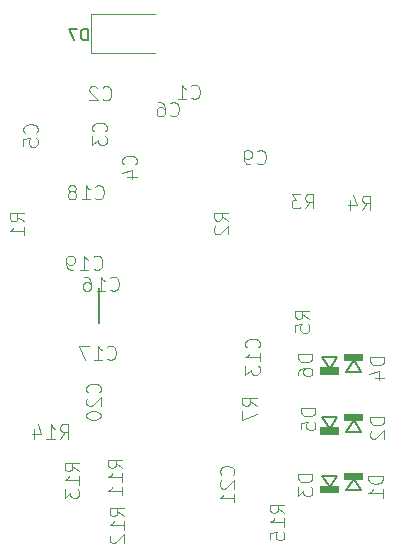
<source format=gbr>
G04 #@! TF.GenerationSoftware,KiCad,Pcbnew,(5.1.0)-1*
G04 #@! TF.CreationDate,2019-05-26T23:58:58+02:00*
G04 #@! TF.ProjectId,UWED,55574544-2e6b-4696-9361-645f70636258,rev?*
G04 #@! TF.SameCoordinates,Original*
G04 #@! TF.FileFunction,Legend,Bot*
G04 #@! TF.FilePolarity,Positive*
%FSLAX46Y46*%
G04 Gerber Fmt 4.6, Leading zero omitted, Abs format (unit mm)*
G04 Created by KiCad (PCBNEW (5.1.0)-1) date 2019-05-26 23:58:58*
%MOMM*%
%LPD*%
G04 APERTURE LIST*
%ADD10C,0.120000*%
%ADD11C,0.100000*%
%ADD12C,0.203200*%
%ADD13C,0.127000*%
%ADD14C,0.150000*%
%ADD15C,0.101600*%
G04 APERTURE END LIST*
D10*
X139697000Y-89153000D02*
X139697000Y-85853000D01*
X139697000Y-85853000D02*
X145097000Y-85853000D01*
X139697000Y-89153000D02*
X145097000Y-89153000D01*
D11*
G36*
X162725000Y-124683600D02*
G01*
X162725000Y-125293200D01*
X161150200Y-125293200D01*
X161150200Y-124683600D01*
X162725000Y-124683600D01*
G37*
D12*
X162537600Y-126174200D02*
X161337600Y-126174200D01*
X161937600Y-125174200D02*
X162537600Y-126174200D01*
X161337600Y-126174200D02*
X161937600Y-125174200D01*
D11*
G36*
X162725000Y-119730600D02*
G01*
X162725000Y-120340200D01*
X161150200Y-120340200D01*
X161150200Y-119730600D01*
X162725000Y-119730600D01*
G37*
D12*
X162537600Y-121221200D02*
X161337600Y-121221200D01*
X161937600Y-120221200D02*
X162537600Y-121221200D01*
X161337600Y-121221200D02*
X161937600Y-120221200D01*
D11*
G36*
X159118200Y-126410800D02*
G01*
X159118200Y-125801200D01*
X160693000Y-125801200D01*
X160693000Y-126410800D01*
X159118200Y-126410800D01*
G37*
D12*
X159305600Y-124920200D02*
X160505600Y-124920200D01*
X159905600Y-125920200D02*
X159305600Y-124920200D01*
X160505600Y-124920200D02*
X159905600Y-125920200D01*
D11*
G36*
X162725000Y-114650600D02*
G01*
X162725000Y-115260200D01*
X161150200Y-115260200D01*
X161150200Y-114650600D01*
X162725000Y-114650600D01*
G37*
D12*
X162537600Y-116141200D02*
X161337600Y-116141200D01*
X161937600Y-115141200D02*
X162537600Y-116141200D01*
X161337600Y-116141200D02*
X161937600Y-115141200D01*
D11*
G36*
X159118200Y-121457800D02*
G01*
X159118200Y-120848200D01*
X160693000Y-120848200D01*
X160693000Y-121457800D01*
X159118200Y-121457800D01*
G37*
D12*
X159305600Y-119967200D02*
X160505600Y-119967200D01*
X159905600Y-120967200D02*
X159305600Y-119967200D01*
X160505600Y-119967200D02*
X159905600Y-120967200D01*
D11*
G36*
X159118200Y-116377800D02*
G01*
X159118200Y-115768200D01*
X160693000Y-115768200D01*
X160693000Y-116377800D01*
X159118200Y-116377800D01*
G37*
D12*
X159305600Y-114887200D02*
X160505600Y-114887200D01*
X159905600Y-115887200D02*
X159305600Y-114887200D01*
X160505600Y-114887200D02*
X159905600Y-115887200D01*
D13*
X140410600Y-109045200D02*
X140410600Y-112045200D01*
D14*
X139422095Y-88082380D02*
X139422095Y-87082380D01*
X139184000Y-87082380D01*
X139041142Y-87130000D01*
X138945904Y-87225238D01*
X138898285Y-87320476D01*
X138850666Y-87510952D01*
X138850666Y-87653809D01*
X138898285Y-87844285D01*
X138945904Y-87939523D01*
X139041142Y-88034761D01*
X139184000Y-88082380D01*
X139422095Y-88082380D01*
X138517333Y-87082380D02*
X137850666Y-87082380D01*
X138279238Y-88082380D01*
D15*
X156089047Y-128089055D02*
X155514523Y-127686888D01*
X156089047Y-127399626D02*
X154882547Y-127399626D01*
X154882547Y-127859245D01*
X154940000Y-127974150D01*
X154997452Y-128031602D01*
X155112357Y-128089055D01*
X155284714Y-128089055D01*
X155399619Y-128031602D01*
X155457071Y-127974150D01*
X155514523Y-127859245D01*
X155514523Y-127399626D01*
X156089047Y-129238102D02*
X156089047Y-128548674D01*
X156089047Y-128893388D02*
X154882547Y-128893388D01*
X155054904Y-128778483D01*
X155169809Y-128663579D01*
X155227261Y-128548674D01*
X154882547Y-130329698D02*
X154882547Y-129755174D01*
X155457071Y-129697721D01*
X155399619Y-129755174D01*
X155342166Y-129870079D01*
X155342166Y-130157340D01*
X155399619Y-130272245D01*
X155457071Y-130329698D01*
X155571976Y-130387150D01*
X155859238Y-130387150D01*
X155974142Y-130329698D01*
X156031595Y-130272245D01*
X156089047Y-130157340D01*
X156089047Y-129870079D01*
X156031595Y-129755174D01*
X155974142Y-129697721D01*
X137086944Y-121799047D02*
X137489111Y-121224523D01*
X137776373Y-121799047D02*
X137776373Y-120592547D01*
X137316754Y-120592547D01*
X137201849Y-120650000D01*
X137144397Y-120707452D01*
X137086944Y-120822357D01*
X137086944Y-120994714D01*
X137144397Y-121109619D01*
X137201849Y-121167071D01*
X137316754Y-121224523D01*
X137776373Y-121224523D01*
X135937897Y-121799047D02*
X136627325Y-121799047D01*
X136282611Y-121799047D02*
X136282611Y-120592547D01*
X136397516Y-120764904D01*
X136512420Y-120879809D01*
X136627325Y-120937261D01*
X134903754Y-120994714D02*
X134903754Y-121799047D01*
X135191016Y-120535095D02*
X135478278Y-121396880D01*
X134731397Y-121396880D01*
X138690047Y-124533055D02*
X138115523Y-124130888D01*
X138690047Y-123843626D02*
X137483547Y-123843626D01*
X137483547Y-124303245D01*
X137541000Y-124418150D01*
X137598452Y-124475602D01*
X137713357Y-124533055D01*
X137885714Y-124533055D01*
X138000619Y-124475602D01*
X138058071Y-124418150D01*
X138115523Y-124303245D01*
X138115523Y-123843626D01*
X138690047Y-125682102D02*
X138690047Y-124992674D01*
X138690047Y-125337388D02*
X137483547Y-125337388D01*
X137655904Y-125222483D01*
X137770809Y-125107579D01*
X137828261Y-124992674D01*
X137483547Y-126084269D02*
X137483547Y-126831150D01*
X137943166Y-126428983D01*
X137943166Y-126601340D01*
X138000619Y-126716245D01*
X138058071Y-126773698D01*
X138172976Y-126831150D01*
X138460238Y-126831150D01*
X138575142Y-126773698D01*
X138632595Y-126716245D01*
X138690047Y-126601340D01*
X138690047Y-126256626D01*
X138632595Y-126141721D01*
X138575142Y-126084269D01*
X142500047Y-128343055D02*
X141925523Y-127940888D01*
X142500047Y-127653626D02*
X141293547Y-127653626D01*
X141293547Y-128113245D01*
X141351000Y-128228150D01*
X141408452Y-128285602D01*
X141523357Y-128343055D01*
X141695714Y-128343055D01*
X141810619Y-128285602D01*
X141868071Y-128228150D01*
X141925523Y-128113245D01*
X141925523Y-127653626D01*
X142500047Y-129492102D02*
X142500047Y-128802674D01*
X142500047Y-129147388D02*
X141293547Y-129147388D01*
X141465904Y-129032483D01*
X141580809Y-128917579D01*
X141638261Y-128802674D01*
X141408452Y-129951721D02*
X141351000Y-130009174D01*
X141293547Y-130124079D01*
X141293547Y-130411340D01*
X141351000Y-130526245D01*
X141408452Y-130583698D01*
X141523357Y-130641150D01*
X141638261Y-130641150D01*
X141810619Y-130583698D01*
X142500047Y-129894269D01*
X142500047Y-130641150D01*
X142373047Y-124279055D02*
X141798523Y-123876888D01*
X142373047Y-123589626D02*
X141166547Y-123589626D01*
X141166547Y-124049245D01*
X141224000Y-124164150D01*
X141281452Y-124221602D01*
X141396357Y-124279055D01*
X141568714Y-124279055D01*
X141683619Y-124221602D01*
X141741071Y-124164150D01*
X141798523Y-124049245D01*
X141798523Y-123589626D01*
X142373047Y-125428102D02*
X142373047Y-124738674D01*
X142373047Y-125083388D02*
X141166547Y-125083388D01*
X141338904Y-124968483D01*
X141453809Y-124853579D01*
X141511261Y-124738674D01*
X142373047Y-126577150D02*
X142373047Y-125887721D01*
X142373047Y-126232436D02*
X141166547Y-126232436D01*
X141338904Y-126117531D01*
X141453809Y-126002626D01*
X141511261Y-125887721D01*
X151719642Y-124867730D02*
X151777095Y-124810278D01*
X151834547Y-124637920D01*
X151834547Y-124523016D01*
X151777095Y-124350659D01*
X151662190Y-124235754D01*
X151547285Y-124178301D01*
X151317476Y-124120849D01*
X151145119Y-124120849D01*
X150915309Y-124178301D01*
X150800404Y-124235754D01*
X150685500Y-124350659D01*
X150628047Y-124523016D01*
X150628047Y-124637920D01*
X150685500Y-124810278D01*
X150742952Y-124867730D01*
X150742952Y-125327349D02*
X150685500Y-125384801D01*
X150628047Y-125499706D01*
X150628047Y-125786968D01*
X150685500Y-125901873D01*
X150742952Y-125959325D01*
X150857857Y-126016778D01*
X150972761Y-126016778D01*
X151145119Y-125959325D01*
X151834547Y-125269897D01*
X151834547Y-126016778D01*
X151834547Y-127165825D02*
X151834547Y-126476397D01*
X151834547Y-126821111D02*
X150628047Y-126821111D01*
X150800404Y-126706206D01*
X150915309Y-126591301D01*
X150972761Y-126476397D01*
X140416642Y-117882730D02*
X140474095Y-117825278D01*
X140531547Y-117652920D01*
X140531547Y-117538016D01*
X140474095Y-117365659D01*
X140359190Y-117250754D01*
X140244285Y-117193301D01*
X140014476Y-117135849D01*
X139842119Y-117135849D01*
X139612309Y-117193301D01*
X139497404Y-117250754D01*
X139382500Y-117365659D01*
X139325047Y-117538016D01*
X139325047Y-117652920D01*
X139382500Y-117825278D01*
X139439952Y-117882730D01*
X139439952Y-118342349D02*
X139382500Y-118399801D01*
X139325047Y-118514706D01*
X139325047Y-118801968D01*
X139382500Y-118916873D01*
X139439952Y-118974325D01*
X139554857Y-119031778D01*
X139669761Y-119031778D01*
X139842119Y-118974325D01*
X140531547Y-118284897D01*
X140531547Y-119031778D01*
X139325047Y-119778659D02*
X139325047Y-119893563D01*
X139382500Y-120008468D01*
X139439952Y-120065920D01*
X139554857Y-120123373D01*
X139784666Y-120180825D01*
X140071928Y-120180825D01*
X140301738Y-120123373D01*
X140416642Y-120065920D01*
X140474095Y-120008468D01*
X140531547Y-119893563D01*
X140531547Y-119778659D01*
X140474095Y-119663754D01*
X140416642Y-119606301D01*
X140301738Y-119548849D01*
X140071928Y-119491397D01*
X139784666Y-119491397D01*
X139554857Y-119548849D01*
X139439952Y-119606301D01*
X139382500Y-119663754D01*
X139325047Y-119778659D01*
X148182269Y-92918642D02*
X148239721Y-92976095D01*
X148412079Y-93033547D01*
X148526983Y-93033547D01*
X148699340Y-92976095D01*
X148814245Y-92861190D01*
X148871698Y-92746285D01*
X148929150Y-92516476D01*
X148929150Y-92344119D01*
X148871698Y-92114309D01*
X148814245Y-91999404D01*
X148699340Y-91884500D01*
X148526983Y-91827047D01*
X148412079Y-91827047D01*
X148239721Y-91884500D01*
X148182269Y-91941952D01*
X147033221Y-93033547D02*
X147722650Y-93033547D01*
X147377936Y-93033547D02*
X147377936Y-91827047D01*
X147492840Y-91999404D01*
X147607745Y-92114309D01*
X147722650Y-92171761D01*
X153878642Y-114072730D02*
X153936095Y-114015278D01*
X153993547Y-113842920D01*
X153993547Y-113728016D01*
X153936095Y-113555659D01*
X153821190Y-113440754D01*
X153706285Y-113383301D01*
X153476476Y-113325849D01*
X153304119Y-113325849D01*
X153074309Y-113383301D01*
X152959404Y-113440754D01*
X152844500Y-113555659D01*
X152787047Y-113728016D01*
X152787047Y-113842920D01*
X152844500Y-114015278D01*
X152901952Y-114072730D01*
X153993547Y-115221778D02*
X153993547Y-114532349D01*
X153993547Y-114877063D02*
X152787047Y-114877063D01*
X152959404Y-114762159D01*
X153074309Y-114647254D01*
X153131761Y-114532349D01*
X152787047Y-115623944D02*
X152787047Y-116370825D01*
X153246666Y-115968659D01*
X153246666Y-116141016D01*
X153304119Y-116255920D01*
X153361571Y-116313373D01*
X153476476Y-116370825D01*
X153763738Y-116370825D01*
X153878642Y-116313373D01*
X153936095Y-116255920D01*
X153993547Y-116141016D01*
X153993547Y-115796301D01*
X153936095Y-115681397D01*
X153878642Y-115623944D01*
X141324269Y-109174642D02*
X141381721Y-109232095D01*
X141554079Y-109289547D01*
X141668983Y-109289547D01*
X141841340Y-109232095D01*
X141956245Y-109117190D01*
X142013698Y-109002285D01*
X142071150Y-108772476D01*
X142071150Y-108600119D01*
X142013698Y-108370309D01*
X141956245Y-108255404D01*
X141841340Y-108140500D01*
X141668983Y-108083047D01*
X141554079Y-108083047D01*
X141381721Y-108140500D01*
X141324269Y-108197952D01*
X140175221Y-109289547D02*
X140864650Y-109289547D01*
X140519936Y-109289547D02*
X140519936Y-108083047D01*
X140634840Y-108255404D01*
X140749745Y-108370309D01*
X140864650Y-108427761D01*
X139141079Y-108083047D02*
X139370888Y-108083047D01*
X139485793Y-108140500D01*
X139543245Y-108197952D01*
X139658150Y-108370309D01*
X139715602Y-108600119D01*
X139715602Y-109059738D01*
X139658150Y-109174642D01*
X139600698Y-109232095D01*
X139485793Y-109289547D01*
X139255983Y-109289547D01*
X139141079Y-109232095D01*
X139083626Y-109174642D01*
X139026174Y-109059738D01*
X139026174Y-108772476D01*
X139083626Y-108657571D01*
X139141079Y-108600119D01*
X139255983Y-108542666D01*
X139485793Y-108542666D01*
X139600698Y-108600119D01*
X139658150Y-108657571D01*
X139715602Y-108772476D01*
X141070269Y-115016642D02*
X141127721Y-115074095D01*
X141300079Y-115131547D01*
X141414983Y-115131547D01*
X141587340Y-115074095D01*
X141702245Y-114959190D01*
X141759698Y-114844285D01*
X141817150Y-114614476D01*
X141817150Y-114442119D01*
X141759698Y-114212309D01*
X141702245Y-114097404D01*
X141587340Y-113982500D01*
X141414983Y-113925047D01*
X141300079Y-113925047D01*
X141127721Y-113982500D01*
X141070269Y-114039952D01*
X139921221Y-115131547D02*
X140610650Y-115131547D01*
X140265936Y-115131547D02*
X140265936Y-113925047D01*
X140380840Y-114097404D01*
X140495745Y-114212309D01*
X140610650Y-114269761D01*
X139519055Y-113925047D02*
X138714721Y-113925047D01*
X139231793Y-115131547D01*
X140054269Y-101427642D02*
X140111721Y-101485095D01*
X140284079Y-101542547D01*
X140398983Y-101542547D01*
X140571340Y-101485095D01*
X140686245Y-101370190D01*
X140743698Y-101255285D01*
X140801150Y-101025476D01*
X140801150Y-100853119D01*
X140743698Y-100623309D01*
X140686245Y-100508404D01*
X140571340Y-100393500D01*
X140398983Y-100336047D01*
X140284079Y-100336047D01*
X140111721Y-100393500D01*
X140054269Y-100450952D01*
X138905221Y-101542547D02*
X139594650Y-101542547D01*
X139249936Y-101542547D02*
X139249936Y-100336047D01*
X139364840Y-100508404D01*
X139479745Y-100623309D01*
X139594650Y-100680761D01*
X138215793Y-100853119D02*
X138330698Y-100795666D01*
X138388150Y-100738214D01*
X138445602Y-100623309D01*
X138445602Y-100565857D01*
X138388150Y-100450952D01*
X138330698Y-100393500D01*
X138215793Y-100336047D01*
X137985983Y-100336047D01*
X137871079Y-100393500D01*
X137813626Y-100450952D01*
X137756174Y-100565857D01*
X137756174Y-100623309D01*
X137813626Y-100738214D01*
X137871079Y-100795666D01*
X137985983Y-100853119D01*
X138215793Y-100853119D01*
X138330698Y-100910571D01*
X138388150Y-100968023D01*
X138445602Y-101082928D01*
X138445602Y-101312738D01*
X138388150Y-101427642D01*
X138330698Y-101485095D01*
X138215793Y-101542547D01*
X137985983Y-101542547D01*
X137871079Y-101485095D01*
X137813626Y-101427642D01*
X137756174Y-101312738D01*
X137756174Y-101082928D01*
X137813626Y-100968023D01*
X137871079Y-100910571D01*
X137985983Y-100853119D01*
X139927269Y-107396642D02*
X139984721Y-107454095D01*
X140157079Y-107511547D01*
X140271983Y-107511547D01*
X140444340Y-107454095D01*
X140559245Y-107339190D01*
X140616698Y-107224285D01*
X140674150Y-106994476D01*
X140674150Y-106822119D01*
X140616698Y-106592309D01*
X140559245Y-106477404D01*
X140444340Y-106362500D01*
X140271983Y-106305047D01*
X140157079Y-106305047D01*
X139984721Y-106362500D01*
X139927269Y-106419952D01*
X138778221Y-107511547D02*
X139467650Y-107511547D01*
X139122936Y-107511547D02*
X139122936Y-106305047D01*
X139237840Y-106477404D01*
X139352745Y-106592309D01*
X139467650Y-106649761D01*
X138203698Y-107511547D02*
X137973888Y-107511547D01*
X137858983Y-107454095D01*
X137801531Y-107396642D01*
X137686626Y-107224285D01*
X137629174Y-106994476D01*
X137629174Y-106534857D01*
X137686626Y-106419952D01*
X137744079Y-106362500D01*
X137858983Y-106305047D01*
X138088793Y-106305047D01*
X138203698Y-106362500D01*
X138261150Y-106419952D01*
X138318602Y-106534857D01*
X138318602Y-106822119D01*
X138261150Y-106937023D01*
X138203698Y-106994476D01*
X138088793Y-107051928D01*
X137858983Y-107051928D01*
X137744079Y-106994476D01*
X137686626Y-106937023D01*
X137629174Y-106822119D01*
X140689269Y-93045642D02*
X140746721Y-93103095D01*
X140919079Y-93160547D01*
X141033983Y-93160547D01*
X141206340Y-93103095D01*
X141321245Y-92988190D01*
X141378698Y-92873285D01*
X141436150Y-92643476D01*
X141436150Y-92471119D01*
X141378698Y-92241309D01*
X141321245Y-92126404D01*
X141206340Y-92011500D01*
X141033983Y-91954047D01*
X140919079Y-91954047D01*
X140746721Y-92011500D01*
X140689269Y-92068952D01*
X140229650Y-92068952D02*
X140172198Y-92011500D01*
X140057293Y-91954047D01*
X139770031Y-91954047D01*
X139655126Y-92011500D01*
X139597674Y-92068952D01*
X139540221Y-92183857D01*
X139540221Y-92298761D01*
X139597674Y-92471119D01*
X140287102Y-93160547D01*
X139540221Y-93160547D01*
X140924642Y-95784730D02*
X140982095Y-95727278D01*
X141039547Y-95554920D01*
X141039547Y-95440016D01*
X140982095Y-95267659D01*
X140867190Y-95152754D01*
X140752285Y-95095301D01*
X140522476Y-95037849D01*
X140350119Y-95037849D01*
X140120309Y-95095301D01*
X140005404Y-95152754D01*
X139890500Y-95267659D01*
X139833047Y-95440016D01*
X139833047Y-95554920D01*
X139890500Y-95727278D01*
X139947952Y-95784730D01*
X139833047Y-96186897D02*
X139833047Y-96933778D01*
X140292666Y-96531611D01*
X140292666Y-96703968D01*
X140350119Y-96818873D01*
X140407571Y-96876325D01*
X140522476Y-96933778D01*
X140809738Y-96933778D01*
X140924642Y-96876325D01*
X140982095Y-96818873D01*
X141039547Y-96703968D01*
X141039547Y-96359254D01*
X140982095Y-96244349D01*
X140924642Y-96186897D01*
X143464642Y-98578730D02*
X143522095Y-98521278D01*
X143579547Y-98348920D01*
X143579547Y-98234016D01*
X143522095Y-98061659D01*
X143407190Y-97946754D01*
X143292285Y-97889301D01*
X143062476Y-97831849D01*
X142890119Y-97831849D01*
X142660309Y-97889301D01*
X142545404Y-97946754D01*
X142430500Y-98061659D01*
X142373047Y-98234016D01*
X142373047Y-98348920D01*
X142430500Y-98521278D01*
X142487952Y-98578730D01*
X142775214Y-99612873D02*
X143579547Y-99612873D01*
X142315595Y-99325611D02*
X143177380Y-99038349D01*
X143177380Y-99785230D01*
X135082642Y-95911730D02*
X135140095Y-95854278D01*
X135197547Y-95681920D01*
X135197547Y-95567016D01*
X135140095Y-95394659D01*
X135025190Y-95279754D01*
X134910285Y-95222301D01*
X134680476Y-95164849D01*
X134508119Y-95164849D01*
X134278309Y-95222301D01*
X134163404Y-95279754D01*
X134048500Y-95394659D01*
X133991047Y-95567016D01*
X133991047Y-95681920D01*
X134048500Y-95854278D01*
X134105952Y-95911730D01*
X133991047Y-97003325D02*
X133991047Y-96428801D01*
X134565571Y-96371349D01*
X134508119Y-96428801D01*
X134450666Y-96543706D01*
X134450666Y-96830968D01*
X134508119Y-96945873D01*
X134565571Y-97003325D01*
X134680476Y-97060778D01*
X134967738Y-97060778D01*
X135082642Y-97003325D01*
X135140095Y-96945873D01*
X135197547Y-96830968D01*
X135197547Y-96543706D01*
X135140095Y-96428801D01*
X135082642Y-96371349D01*
X146416869Y-94386842D02*
X146474321Y-94444295D01*
X146646679Y-94501747D01*
X146761583Y-94501747D01*
X146933940Y-94444295D01*
X147048845Y-94329390D01*
X147106298Y-94214485D01*
X147163750Y-93984676D01*
X147163750Y-93812319D01*
X147106298Y-93582509D01*
X147048845Y-93467604D01*
X146933940Y-93352700D01*
X146761583Y-93295247D01*
X146646679Y-93295247D01*
X146474321Y-93352700D01*
X146416869Y-93410152D01*
X145382726Y-93295247D02*
X145612536Y-93295247D01*
X145727440Y-93352700D01*
X145784893Y-93410152D01*
X145899798Y-93582509D01*
X145957250Y-93812319D01*
X145957250Y-94271938D01*
X145899798Y-94386842D01*
X145842345Y-94444295D01*
X145727440Y-94501747D01*
X145497631Y-94501747D01*
X145382726Y-94444295D01*
X145325274Y-94386842D01*
X145267821Y-94271938D01*
X145267821Y-93984676D01*
X145325274Y-93869771D01*
X145382726Y-93812319D01*
X145497631Y-93754866D01*
X145727440Y-93754866D01*
X145842345Y-93812319D01*
X145899798Y-93869771D01*
X145957250Y-93984676D01*
X153782869Y-98450842D02*
X153840321Y-98508295D01*
X154012679Y-98565747D01*
X154127583Y-98565747D01*
X154299940Y-98508295D01*
X154414845Y-98393390D01*
X154472298Y-98278485D01*
X154529750Y-98048676D01*
X154529750Y-97876319D01*
X154472298Y-97646509D01*
X154414845Y-97531604D01*
X154299940Y-97416700D01*
X154127583Y-97359247D01*
X154012679Y-97359247D01*
X153840321Y-97416700D01*
X153782869Y-97474152D01*
X153208345Y-98565747D02*
X152978536Y-98565747D01*
X152863631Y-98508295D01*
X152806179Y-98450842D01*
X152691274Y-98278485D01*
X152633821Y-98048676D01*
X152633821Y-97589057D01*
X152691274Y-97474152D01*
X152748726Y-97416700D01*
X152863631Y-97359247D01*
X153093440Y-97359247D01*
X153208345Y-97416700D01*
X153265798Y-97474152D01*
X153323250Y-97589057D01*
X153323250Y-97876319D01*
X153265798Y-97991223D01*
X153208345Y-98048676D01*
X153093440Y-98106128D01*
X152863631Y-98106128D01*
X152748726Y-98048676D01*
X152691274Y-97991223D01*
X152633821Y-97876319D01*
X164407547Y-124940301D02*
X163201047Y-124940301D01*
X163201047Y-125227563D01*
X163258500Y-125399920D01*
X163373404Y-125514825D01*
X163488309Y-125572278D01*
X163718119Y-125629730D01*
X163890476Y-125629730D01*
X164120285Y-125572278D01*
X164235190Y-125514825D01*
X164350095Y-125399920D01*
X164407547Y-125227563D01*
X164407547Y-124940301D01*
X164407547Y-126778778D02*
X164407547Y-126089349D01*
X164407547Y-126434063D02*
X163201047Y-126434063D01*
X163373404Y-126319159D01*
X163488309Y-126204254D01*
X163545761Y-126089349D01*
X164534547Y-119987301D02*
X163328047Y-119987301D01*
X163328047Y-120274563D01*
X163385500Y-120446920D01*
X163500404Y-120561825D01*
X163615309Y-120619278D01*
X163845119Y-120676730D01*
X164017476Y-120676730D01*
X164247285Y-120619278D01*
X164362190Y-120561825D01*
X164477095Y-120446920D01*
X164534547Y-120274563D01*
X164534547Y-119987301D01*
X163442952Y-121136349D02*
X163385500Y-121193801D01*
X163328047Y-121308706D01*
X163328047Y-121595968D01*
X163385500Y-121710873D01*
X163442952Y-121768325D01*
X163557857Y-121825778D01*
X163672761Y-121825778D01*
X163845119Y-121768325D01*
X164534547Y-121078897D01*
X164534547Y-121825778D01*
X158438547Y-124813301D02*
X157232047Y-124813301D01*
X157232047Y-125100563D01*
X157289500Y-125272920D01*
X157404404Y-125387825D01*
X157519309Y-125445278D01*
X157749119Y-125502730D01*
X157921476Y-125502730D01*
X158151285Y-125445278D01*
X158266190Y-125387825D01*
X158381095Y-125272920D01*
X158438547Y-125100563D01*
X158438547Y-124813301D01*
X157232047Y-125904897D02*
X157232047Y-126651778D01*
X157691666Y-126249611D01*
X157691666Y-126421968D01*
X157749119Y-126536873D01*
X157806571Y-126594325D01*
X157921476Y-126651778D01*
X158208738Y-126651778D01*
X158323642Y-126594325D01*
X158381095Y-126536873D01*
X158438547Y-126421968D01*
X158438547Y-126077254D01*
X158381095Y-125962349D01*
X158323642Y-125904897D01*
X164534547Y-114907301D02*
X163328047Y-114907301D01*
X163328047Y-115194563D01*
X163385500Y-115366920D01*
X163500404Y-115481825D01*
X163615309Y-115539278D01*
X163845119Y-115596730D01*
X164017476Y-115596730D01*
X164247285Y-115539278D01*
X164362190Y-115481825D01*
X164477095Y-115366920D01*
X164534547Y-115194563D01*
X164534547Y-114907301D01*
X163730214Y-116630873D02*
X164534547Y-116630873D01*
X163270595Y-116343611D02*
X164132380Y-116056349D01*
X164132380Y-116803230D01*
X158692547Y-119225301D02*
X157486047Y-119225301D01*
X157486047Y-119512563D01*
X157543500Y-119684920D01*
X157658404Y-119799825D01*
X157773309Y-119857278D01*
X158003119Y-119914730D01*
X158175476Y-119914730D01*
X158405285Y-119857278D01*
X158520190Y-119799825D01*
X158635095Y-119684920D01*
X158692547Y-119512563D01*
X158692547Y-119225301D01*
X157486047Y-121006325D02*
X157486047Y-120431801D01*
X158060571Y-120374349D01*
X158003119Y-120431801D01*
X157945666Y-120546706D01*
X157945666Y-120833968D01*
X158003119Y-120948873D01*
X158060571Y-121006325D01*
X158175476Y-121063778D01*
X158462738Y-121063778D01*
X158577642Y-121006325D01*
X158635095Y-120948873D01*
X158692547Y-120833968D01*
X158692547Y-120546706D01*
X158635095Y-120431801D01*
X158577642Y-120374349D01*
X158438547Y-114653301D02*
X157232047Y-114653301D01*
X157232047Y-114940563D01*
X157289500Y-115112920D01*
X157404404Y-115227825D01*
X157519309Y-115285278D01*
X157749119Y-115342730D01*
X157921476Y-115342730D01*
X158151285Y-115285278D01*
X158266190Y-115227825D01*
X158381095Y-115112920D01*
X158438547Y-114940563D01*
X158438547Y-114653301D01*
X157232047Y-116376873D02*
X157232047Y-116147063D01*
X157289500Y-116032159D01*
X157346952Y-115974706D01*
X157519309Y-115859801D01*
X157749119Y-115802349D01*
X158208738Y-115802349D01*
X158323642Y-115859801D01*
X158381095Y-115917254D01*
X158438547Y-116032159D01*
X158438547Y-116261968D01*
X158381095Y-116376873D01*
X158323642Y-116434325D01*
X158208738Y-116491778D01*
X157921476Y-116491778D01*
X157806571Y-116434325D01*
X157749119Y-116376873D01*
X157691666Y-116261968D01*
X157691666Y-116032159D01*
X157749119Y-115917254D01*
X157806571Y-115859801D01*
X157921476Y-115802349D01*
X134054547Y-103404730D02*
X133480023Y-103002563D01*
X134054547Y-102715301D02*
X132848047Y-102715301D01*
X132848047Y-103174920D01*
X132905500Y-103289825D01*
X132962952Y-103347278D01*
X133077857Y-103404730D01*
X133250214Y-103404730D01*
X133365119Y-103347278D01*
X133422571Y-103289825D01*
X133480023Y-103174920D01*
X133480023Y-102715301D01*
X134054547Y-104553778D02*
X134054547Y-103864349D01*
X134054547Y-104209063D02*
X132848047Y-104209063D01*
X133020404Y-104094159D01*
X133135309Y-103979254D01*
X133192761Y-103864349D01*
X151339147Y-103348930D02*
X150764623Y-102946763D01*
X151339147Y-102659501D02*
X150132647Y-102659501D01*
X150132647Y-103119120D01*
X150190100Y-103234025D01*
X150247552Y-103291478D01*
X150362457Y-103348930D01*
X150534814Y-103348930D01*
X150649719Y-103291478D01*
X150707171Y-103234025D01*
X150764623Y-103119120D01*
X150764623Y-102659501D01*
X150247552Y-103808549D02*
X150190100Y-103866001D01*
X150132647Y-103980906D01*
X150132647Y-104268168D01*
X150190100Y-104383073D01*
X150247552Y-104440525D01*
X150362457Y-104497978D01*
X150477361Y-104497978D01*
X150649719Y-104440525D01*
X151339147Y-103751097D01*
X151339147Y-104497978D01*
X157834269Y-102304547D02*
X158236436Y-101730023D01*
X158523698Y-102304547D02*
X158523698Y-101098047D01*
X158064079Y-101098047D01*
X157949174Y-101155500D01*
X157891721Y-101212952D01*
X157834269Y-101327857D01*
X157834269Y-101500214D01*
X157891721Y-101615119D01*
X157949174Y-101672571D01*
X158064079Y-101730023D01*
X158523698Y-101730023D01*
X157432102Y-101098047D02*
X156685221Y-101098047D01*
X157087388Y-101557666D01*
X156915031Y-101557666D01*
X156800126Y-101615119D01*
X156742674Y-101672571D01*
X156685221Y-101787476D01*
X156685221Y-102074738D01*
X156742674Y-102189642D01*
X156800126Y-102247095D01*
X156915031Y-102304547D01*
X157259745Y-102304547D01*
X157374650Y-102247095D01*
X157432102Y-102189642D01*
X162660269Y-102431547D02*
X163062436Y-101857023D01*
X163349698Y-102431547D02*
X163349698Y-101225047D01*
X162890079Y-101225047D01*
X162775174Y-101282500D01*
X162717721Y-101339952D01*
X162660269Y-101454857D01*
X162660269Y-101627214D01*
X162717721Y-101742119D01*
X162775174Y-101799571D01*
X162890079Y-101857023D01*
X163349698Y-101857023D01*
X161626126Y-101627214D02*
X161626126Y-102431547D01*
X161913388Y-101167595D02*
X162200650Y-102029380D01*
X161453769Y-102029380D01*
X158184547Y-111659730D02*
X157610023Y-111257563D01*
X158184547Y-110970301D02*
X156978047Y-110970301D01*
X156978047Y-111429920D01*
X157035500Y-111544825D01*
X157092952Y-111602278D01*
X157207857Y-111659730D01*
X157380214Y-111659730D01*
X157495119Y-111602278D01*
X157552571Y-111544825D01*
X157610023Y-111429920D01*
X157610023Y-110970301D01*
X156978047Y-112751325D02*
X156978047Y-112176801D01*
X157552571Y-112119349D01*
X157495119Y-112176801D01*
X157437666Y-112291706D01*
X157437666Y-112578968D01*
X157495119Y-112693873D01*
X157552571Y-112751325D01*
X157667476Y-112808778D01*
X157954738Y-112808778D01*
X158069642Y-112751325D01*
X158127095Y-112693873D01*
X158184547Y-112578968D01*
X158184547Y-112291706D01*
X158127095Y-112176801D01*
X158069642Y-112119349D01*
X153739547Y-119025730D02*
X153165023Y-118623563D01*
X153739547Y-118336301D02*
X152533047Y-118336301D01*
X152533047Y-118795920D01*
X152590500Y-118910825D01*
X152647952Y-118968278D01*
X152762857Y-119025730D01*
X152935214Y-119025730D01*
X153050119Y-118968278D01*
X153107571Y-118910825D01*
X153165023Y-118795920D01*
X153165023Y-118336301D01*
X152533047Y-119427897D02*
X152533047Y-120232230D01*
X153739547Y-119715159D01*
M02*

</source>
